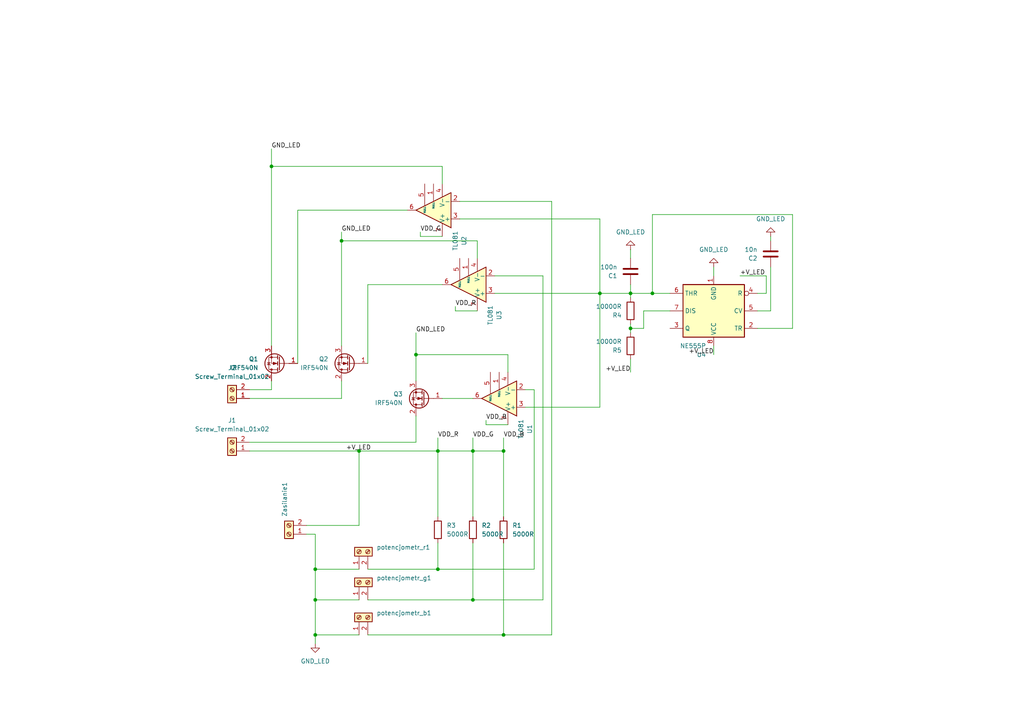
<source format=kicad_sch>
(kicad_sch (version 20231120) (generator "eeschema") (generator_version "8.0")
  (paper "A4")
  (title_block (title "Smart mirror 1.0"))
  (lib_symbols
    (symbol "Amplifier_Operational:TL081" (pin_names (offset 0.127))
      (property "Reference" "U" (at 0 6.35 0))
      (property "Value" "TL081" (at 0 3.81 0))
      (symbol "TL081_0_1"
        (polyline (pts (xy -5.08 5.08) (xy 5.08 0) (xy -5.08 -5.08) (xy -5.08 5.08)) (stroke (width 0.254)) (fill (type background)))
      )
      (symbol "TL081_1_1"
        (pin input line (at 0 -7.62 90) (length 5.08) (name "NULL") (number "1"))
        (pin input line (at -7.62 -2.54 0) (length 2.54) (name "-") (number "2"))
        (pin input line (at -7.62 2.54 0) (length 2.54) (name "+") (number "3"))
        (pin power_in line (at -2.54 -7.62 90) (length 3.81) (name "V-") (number "4"))
        (pin input line (at 2.54 -7.62 90) (length 6.35) (name "NULL") (number "5"))
        (pin output line (at 7.62 0 180) (length 2.54) (name "~") (number "6"))
        (pin power_in line (at -2.54 7.62 270) (length 3.81) (name "V+") (number "7"))
        (pin no_connect line (at 0 2.54 270) (length 2.54) hide (name "NC") (number "8"))
      )
    )
    (symbol "Connector:Screw_Terminal_01x02" (pin_names (offset 1.016) hide)
      (property "Reference" "J" (at 0 2.54 0))
      (property "Value" "Screw_Terminal_01x02" (at 0 -5.08 0))
      (symbol "Screw_Terminal_01x02_1_1"
        (rectangle (start -1.27 1.27) (end 1.27 -3.81) (stroke (width 0.254)) (fill (type background)))
        (circle (center 0 -2.54) (radius 0.635) (stroke (width 0.1524)))
        (polyline (pts (xy -0.5334 -2.2098) (xy 0.3302 -3.048)) (stroke (width 0.1524)))
        (polyline (pts (xy -0.5334 0.3302) (xy 0.3302 -0.508)) (stroke (width 0.1524)))
        (polyline (pts (xy -0.3556 -2.032) (xy 0.508 -2.8702)) (stroke (width 0.1524)))
        (polyline (pts (xy -0.3556 0.508) (xy 0.508 -0.3302)) (stroke (width 0.1524)))
        (circle (center 0 0) (radius 0.635) (stroke (width 0.1524)))
        (pin passive line (at -5.08 0 0) (length 3.81) (name "Pin_1") (number "1"))
        (pin passive line (at -5.08 -2.54 0) (length 3.81) (name "Pin_2") (number "2"))
      )
    )
    (symbol "Device:C" (pin_numbers hide) (pin_names (offset 0.254))
      (property "Reference" "C" (at 0.635 2.54 0))
      (property "Value" "C" (at 0.635 -2.54 0))
      (symbol "C_0_1"
        (polyline (pts (xy -2.032 -0.762) (xy 2.032 -0.762)) (stroke (width 0.508)))
        (polyline (pts (xy -2.032 0.762) (xy 2.032 0.762)) (stroke (width 0.508)))
      )
      (symbol "C_1_1"
        (pin passive line (at 0 3.81 270) (length 2.794) (name "~") (number "1"))
        (pin passive line (at 0 -3.81 90) (length 2.794) (name "~") (number "2"))
      )
    )
    (symbol "Device:R" (pin_numbers hide) (pin_names (offset 0))
      (property "Reference" "R" (at 2.032 0 90))
      (property "Value" "R" (at 0 0 90))
      (symbol "R_0_1"
        (rectangle (start -1.016 -2.54) (end 1.016 2.54) (stroke (width 0.254)))
      )
      (symbol "R_1_1"
        (pin passive line (at 0 3.81 270) (length 1.27) (name "~") (number "1"))
        (pin passive line (at 0 -3.81 90) (length 1.27) (name "~") (number "2"))
      )
    )
    (symbol "Timer:NE555P"
      (property "Reference" "U" (at -10.16 8.89 0))
      (property "Value" "NE555P" (at 2.54 8.89 0))
      (symbol "NE555P_0_0"
        (pin power_in line (at 0 -10.16 90) (length 2.54) (name "GND") (number "1"))
        (pin power_in line (at 0 10.16 270) (length 2.54) (name "VCC") (number "8"))
      )
      (symbol "NE555P_0_1"
        (rectangle (start -8.89 -7.62) (end 8.89 7.62) (stroke (width 0.254)) (fill (type background)))
        (rectangle (start -8.89 -7.62) (end 8.89 7.62) (stroke (width 0.254)) (fill (type background)))
      )
      (symbol "NE555P_1_1"
        (pin input line (at -12.7 5.08 0) (length 3.81) (name "TR") (number "2"))
        (pin output line (at 12.7 5.08 180) (length 3.81) (name "Q") (number "3"))
        (pin input inverted (at -12.7 -5.08 0) (length 3.81) (name "R") (number "4"))
        (pin input line (at -12.7 0 0) (length 3.81) (name "CV") (number "5"))
        (pin input line (at 12.7 -5.08 180) (length 3.81) (name "THR") (number "6"))
        (pin input line (at 12.7 0 180) (length 3.81) (name "DIS") (number "7"))
      )
    )
    (symbol "Transistor_FET:IRF540N" (pin_names hide)
      (property "Reference" "Q" (at 5.08 1.905 0))
      (property "Value" "IRF540N" (at 5.08 0 0))
      (symbol "IRF540N_0_1"
        (polyline (pts (xy 0.254 0) (xy -2.54 0)))
        (polyline (pts (xy 0.254 1.905) (xy 0.254 -1.905)) (stroke (width 0.254)))
        (polyline (pts (xy 0.762 -1.27) (xy 0.762 -2.286)) (stroke (width 0.254)))
        (polyline (pts (xy 0.762 0.508) (xy 0.762 -0.508)) (stroke (width 0.254)))
        (polyline (pts (xy 0.762 2.286) (xy 0.762 1.27)) (stroke (width 0.254)))
        (polyline (pts (xy 2.54 2.54) (xy 2.54 1.778)))
        (polyline (pts (xy 2.54 -2.54) (xy 2.54 0) (xy 0.762 0)))
        (polyline (pts (xy 0.762 -1.778) (xy 3.302 -1.778) (xy 3.302 1.778) (xy 0.762 1.778)))
        (polyline (pts (xy 1.016 0) (xy 2.032 0.381) (xy 2.032 -0.381) (xy 1.016 0)) (fill (type outline)))
        (polyline (pts (xy 2.794 0.508) (xy 2.921 0.381) (xy 3.683 0.381) (xy 3.81 0.254)))
        (polyline (pts (xy 3.302 0.381) (xy 2.921 -0.254) (xy 3.683 -0.254) (xy 3.302 0.381)))
        (circle (center 1.651 0) (radius 2.794) (stroke (width 0.254)))
        (circle (center 2.54 -1.778) (radius 0.254) (fill (type outline)))
        (circle (center 2.54 1.778) (radius 0.254) (fill (type outline)))
      )
      (symbol "IRF540N_1_1"
        (pin input line (at -5.08 0 0) (length 2.54) (name "G") (number "1"))
        (pin passive line (at 2.54 5.08 270) (length 2.54) (name "D") (number "2"))
        (pin passive line (at 2.54 -5.08 90) (length 2.54) (name "S") (number "3"))
      )
    )
    (symbol "power:GND1" (power) (pin_numbers hide) (pin_names (offset 0) hide)
      (property "Value" "GND1" (at 0 -3.81 0))
      (symbol "GND1_0_1"
        (polyline (pts (xy 0 0) (xy 0 -1.27) (xy 1.27 -1.27) (xy 0 -2.54) (xy -1.27 -1.27) (xy 0 -1.27)))
      )
      (symbol "GND1_1_1"
        (pin power_in line (at 0 0 270) (length 0) (name "~") (number "1"))
      )
    )
  )
  (junction (at 173.99 85.09))
  (junction (at 146.05 184.15))
  (junction (at 127 130.81))
  (junction (at 104.14 130.81))
  (junction (at 137.16 130.81))
  (junction (at 127 165.1))
  (junction (at 189.23 85.09))
  (junction (at 91.44 173.99))
  (junction (at 182.88 95.25))
  (junction (at 120.65 102.87))
  (junction (at 78.74 48.26))
  (junction (at 99.06 69.85))
  (junction (at 146.05 130.81))
  (junction (at 137.16 173.99))
  (junction (at 91.44 184.15))
  (junction (at 182.88 85.09))
  (junction (at 91.44 165.1))
  (wire (pts (xy 137.16 149.86) (xy 137.16 130.81)))
  (wire (pts (xy 189.23 85.09) (xy 182.88 85.09)))
  (wire (pts (xy 106.68 173.99) (xy 137.16 173.99)))
  (wire (pts (xy 78.74 113.03) (xy 78.74 110.49)))
  (wire (pts (xy 91.44 173.99) (xy 104.14 173.99)))
  (wire (pts (xy 173.99 63.5) (xy 133.35 63.5)))
  (wire (pts (xy 91.44 184.15) (xy 91.44 186.69)))
  (wire (pts (xy 223.52 90.17) (xy 223.52 77.47)))
  (wire (pts (xy 146.05 157.48) (xy 146.05 184.15)))
  (wire (pts (xy 146.05 130.81) (xy 137.16 130.81)))
  (wire (pts (xy 143.51 85.09) (xy 173.99 85.09)))
  (wire (pts (xy 106.68 82.55) (xy 128.27 82.55)))
  (wire (pts (xy 132.08 88.9) (xy 132.08 90.17)))
  (wire (pts (xy 138.43 90.17) (xy 132.08 90.17)))
  (wire (pts (xy 106.68 184.15) (xy 146.05 184.15)))
  (wire (pts (xy 120.65 102.87) (xy 120.65 110.49)))
  (wire (pts (xy 128.27 115.57) (xy 137.16 115.57)))
  (wire (pts (xy 189.23 62.23) (xy 189.23 85.09)))
  (wire (pts (xy 229.87 95.25) (xy 229.87 62.23)))
  (wire (pts (xy 120.65 96.52) (xy 120.65 102.87)))
  (wire (pts (xy 207.01 102.87) (xy 207.01 100.33)))
  (wire (pts (xy 127 157.48) (xy 127 165.1)))
  (wire (pts (xy 154.94 113.03) (xy 154.94 165.1)))
  (wire (pts (xy 219.71 95.25) (xy 229.87 95.25)))
  (wire (pts (xy 104.14 130.81) (xy 127 130.81)))
  (wire (pts (xy 86.36 60.96) (xy 118.11 60.96)))
  (wire (pts (xy 121.92 67.31) (xy 121.92 68.58)))
  (wire (pts (xy 146.05 149.86) (xy 146.05 130.81)))
  (wire (pts (xy 222.25 80.01) (xy 222.25 85.09)))
  (wire (pts (xy 229.87 62.23) (xy 189.23 62.23)))
  (wire (pts (xy 127 130.81) (xy 137.16 130.81)))
  (wire (pts (xy 173.99 85.09) (xy 173.99 118.11)))
  (wire (pts (xy 173.99 118.11) (xy 152.4 118.11)))
  (wire (pts (xy 173.99 85.09) (xy 173.99 63.5)))
  (wire (pts (xy 88.9 152.4) (xy 104.14 152.4)))
  (wire (pts (xy 214.63 80.01) (xy 222.25 80.01)))
  (wire (pts (xy 182.88 74.93) (xy 182.88 72.39)))
  (wire (pts (xy 72.39 130.81) (xy 104.14 130.81)))
  (wire (pts (xy 182.88 95.25) (xy 182.88 93.98)))
  (wire (pts (xy 219.71 90.17) (xy 223.52 90.17)))
  (wire (pts (xy 91.44 184.15) (xy 104.14 184.15)))
  (wire (pts (xy 127 127) (xy 127 130.81)))
  (wire (pts (xy 128.27 68.58) (xy 121.92 68.58)))
  (wire (pts (xy 104.14 152.4) (xy 104.14 130.81)))
  (wire (pts (xy 186.69 90.17) (xy 194.31 90.17)))
  (wire (pts (xy 120.65 128.27) (xy 120.65 120.65)))
  (wire (pts (xy 86.36 105.41) (xy 86.36 60.96)))
  (wire (pts (xy 72.39 113.03) (xy 78.74 113.03)))
  (wire (pts (xy 99.06 115.57) (xy 99.06 110.49)))
  (wire (pts (xy 154.94 165.1) (xy 127 165.1)))
  (wire (pts (xy 160.02 58.42) (xy 160.02 184.15)))
  (wire (pts (xy 99.06 69.85) (xy 99.06 100.33)))
  (wire (pts (xy 182.88 85.09) (xy 173.99 85.09)))
  (wire (pts (xy 146.05 127) (xy 146.05 130.81)))
  (wire (pts (xy 143.51 80.01) (xy 157.48 80.01)))
  (wire (pts (xy 160.02 184.15) (xy 146.05 184.15)))
  (wire (pts (xy 120.65 102.87) (xy 147.32 102.87)))
  (wire (pts (xy 133.35 58.42) (xy 160.02 58.42)))
  (wire (pts (xy 223.52 69.85) (xy 223.52 68.58)))
  (wire (pts (xy 91.44 154.94) (xy 91.44 165.1)))
  (wire (pts (xy 137.16 127) (xy 137.16 130.81)))
  (wire (pts (xy 189.23 85.09) (xy 194.31 85.09)))
  (wire (pts (xy 106.68 105.41) (xy 106.68 82.55)))
  (wire (pts (xy 182.88 95.25) (xy 186.69 95.25)))
  (wire (pts (xy 91.44 173.99) (xy 91.44 184.15)))
  (wire (pts (xy 91.44 165.1) (xy 104.14 165.1)))
  (wire (pts (xy 140.97 121.92) (xy 140.97 123.19)))
  (wire (pts (xy 147.32 102.87) (xy 147.32 107.95)))
  (wire (pts (xy 72.39 115.57) (xy 99.06 115.57)))
  (wire (pts (xy 78.74 48.26) (xy 128.27 48.26)))
  (wire (pts (xy 222.25 85.09) (xy 219.71 85.09)))
  (wire (pts (xy 182.88 107.95) (xy 182.88 104.14)))
  (wire (pts (xy 157.48 80.01) (xy 157.48 173.99)))
  (wire (pts (xy 99.06 69.85) (xy 138.43 69.85)))
  (wire (pts (xy 128.27 48.26) (xy 128.27 53.34)))
  (wire (pts (xy 182.88 96.52) (xy 182.88 95.25)))
  (wire (pts (xy 99.06 67.31) (xy 99.06 69.85)))
  (wire (pts (xy 137.16 157.48) (xy 137.16 173.99)))
  (wire (pts (xy 157.48 173.99) (xy 137.16 173.99)))
  (wire (pts (xy 88.9 154.94) (xy 91.44 154.94)))
  (wire (pts (xy 127 149.86) (xy 127 130.81)))
  (wire (pts (xy 182.88 85.09) (xy 182.88 82.55)))
  (wire (pts (xy 186.69 95.25) (xy 186.69 90.17)))
  (wire (pts (xy 91.44 165.1) (xy 91.44 173.99)))
  (wire (pts (xy 152.4 113.03) (xy 154.94 113.03)))
  (wire (pts (xy 72.39 128.27) (xy 120.65 128.27)))
  (wire (pts (xy 138.43 69.85) (xy 138.43 74.93)))
  (wire (pts (xy 78.74 48.26) (xy 78.74 100.33)))
  (wire (pts (xy 147.32 123.19) (xy 140.97 123.19)))
  (wire (pts (xy 207.01 80.01) (xy 207.01 77.47)))
  (wire (pts (xy 182.88 86.36) (xy 182.88 85.09)))
  (wire (pts (xy 106.68 165.1) (xy 127 165.1)))
  (wire (pts (xy 78.74 43.18) (xy 78.74 48.26)))
  (label "VDD_R" (at 127 127 0))
  (label "VDD_G" (at 121.92 67.31 0))
  (label "+V_LED" (at 214.63 80.01 0))
  (label "VDD_B" (at 140.97 121.92 0))
  (label "GND_LED" (at 78.74 43.18 0))
  (label "VDD_R" (at 132.08 88.9 0))
  (label "GND_LED" (at 99.06 67.31 0))
  (label "VDD_B" (at 146.05 127 0))
  (label "GND_LED" (at 120.65 96.52 0))
  (label "+V_LED" (at 182.88 107.95 180))
  (label "+V_LED" (at 100.33 130.81 0))
  (label "+V_LED" (at 207.01 102.87 180))
  (label "VDD_G" (at 137.16 127 0))
  (symbol (lib_id "Timer:NE555P") (at 207.01 90.17 180) (unit 1)
    (property "Reference" "U4" (at 204.8159 102.87 0) (effects (justify left)))
    (property "Value" "NE555P" (at 204.8159 100.33 0) (effects (justify left)))
    (property "Footprint" "Library:DIP-8_W7.62mm_wiekszepady" (effects (hide yes)))
    (property "Datasheet" "http://www.ti.com/lit/ds/symlink/ne555.pdf" (effects (hide yes)))
    (property "Description" "Precision Timers, 555 compatible,  PDIP-8" (effects (hide yes)))
  )
  (symbol (lib_id "Connector:Screw_Terminal_01x02") (at 83.82 154.94 180) (unit 1)
    (property "Reference" "Zasilanie1" (at 82.5499 149.86 90) (effects (justify right)))
    (property "Value" "Screw_Terminal_01x02" (effects (hide yes)))
    (property "Footprint" "Library:TerminalBlock_MaiXu_MX126-5.0-02P_1x02_P5.00mm_wiekszepady" (effects (hide yes)))
    (property "Description" "Generic screw terminal, single row, 01x02, script generated (kicad-library-utils/schlib/autogen/connector/)" (effects (hide yes)))
  )
  (symbol (lib_id "Amplifier_Operational:TL081") (at 125.73 60.96 180) (unit 1)
    (property "Reference" "U2" (at 134.5886 69.85 90))
    (property "Value" "TL081" (at 132.0486 69.85 90))
    (property "Footprint" "Library:DIP794W45P254L959H508Q8_wiekszepady" (effects (hide yes)))
    (property "Datasheet" "http://www.ti.com/lit/ds/symlink/tl081.pdf" (effects (hide yes)))
    (property "Description" "Single JFET-Input Operational Amplifiers, DIP-8/SOIC-8" (effects (hide yes)))
  )
  (symbol (lib_id "power:GND1") (at 223.52 68.58 180) (unit 1)
    (property "Reference" "#PWR3" (effects (hide yes)))
    (property "Value" "GND_LED" (at 223.52 63.5 0))
    (property "Description" "Power symbol creates a global label with name \"GND1\" , ground" (effects (hide yes)))
  )
  (symbol (lib_id "power:GND1") (at 207.01 77.47 180) (unit 1)
    (property "Reference" "#PWR2" (effects (hide yes)))
    (property "Value" "GND_LED" (at 207.01 72.39 0))
    (property "Description" "Power symbol creates a global label with name \"GND1\" , ground" (effects (hide yes)))
  )
  (symbol (lib_id "Amplifier_Operational:TL081") (at 135.89 82.55 180) (unit 1)
    (property "Reference" "U3" (at 144.7486 91.44 90))
    (property "Value" "TL081" (at 142.2086 91.44 90))
    (property "Footprint" "Library:DIP794W45P254L959H508Q8_wiekszepady" (effects (hide yes)))
    (property "Datasheet" "http://www.ti.com/lit/ds/symlink/tl081.pdf" (effects (hide yes)))
    (property "Description" "Single JFET-Input Operational Amplifiers, DIP-8/SOIC-8" (effects (hide yes)))
  )
  (symbol (lib_id "Transistor_FET:IRF540N") (at 101.6 105.41 180) (unit 1)
    (property "Reference" "Q2" (at 95.25 104.1399 0) (effects (justify left)))
    (property "Value" "IRF540N" (at 95.25 106.6799 0) (effects (justify left)))
    (property "Footprint" "Library:TO-220-3_Vertical_wiekszepady" (effects (hide yes)))
    (property "Datasheet" "http://www.irf.com/product-info/datasheets/data/irf540n.pdf" (effects (hide yes)))
    (property "Description" "33A Id, 100V Vds, HEXFET N-Channel MOSFET, TO-220" (effects (hide yes)))
  )
  (symbol (lib_id "Connector:Screw_Terminal_01x02") (at 67.31 115.57 180) (unit 1)
    (property "Reference" "J2" (at 67.31 106.68 0))
    (property "Value" "Screw_Terminal_01x02" (at 67.31 109.22 0))
    (property "Footprint" "Library:TerminalBlock_MaiXu_MX126-5.0-02P_1x02_P5.00mm_wiekszepady" (effects (hide yes)))
    (property "Description" "Generic screw terminal, single row, 01x02, script generated (kicad-library-utils/schlib/autogen/connector/)" (effects (hide yes)))
  )
  (symbol (lib_id "Connector:Screw_Terminal_01x02") (at 104.14 160.02 90) (unit 1)
    (property "Reference" "potencjometr_r1" (at 109.22 158.7499 90) (effects (justify right)))
    (property "Value" "Screw_Terminal_01x02" (effects (hide yes)))
    (property "Footprint" "Library:TerminalBlock_MaiXu_MX126-5.0-02P_1x02_P5.00mm_wiekszepady" (effects (hide yes)))
    (property "Description" "Generic screw terminal, single row, 01x02, script generated (kicad-library-utils/schlib/autogen/connector/)" (effects (hide yes)))
  )
  (symbol (lib_id "Transistor_FET:IRF540N") (at 123.19 115.57 180) (unit 1)
    (property "Reference" "Q3" (at 116.84 114.2999 0) (effects (justify left)))
    (property "Value" "IRF540N" (at 116.84 116.8399 0) (effects (justify left)))
    (property "Footprint" "Library:TO-220-3_Vertical_wiekszepady" (effects (hide yes)))
    (property "Datasheet" "http://www.irf.com/product-info/datasheets/data/irf540n.pdf" (effects (hide yes)))
    (property "Description" "33A Id, 100V Vds, HEXFET N-Channel MOSFET, TO-220" (effects (hide yes)))
  )
  (symbol (lib_id "Device:R") (at 146.05 153.67 0) (unit 1)
    (property "Reference" "R1" (at 148.59 152.3999 0) (effects (justify left)))
    (property "Value" "5000R" (at 148.59 154.9399 0) (effects (justify left)))
    (property "Footprint" "Resistor_SMD:R_0805_2012Metric" (effects (hide yes)))
    (property "Description" "Resistor" (effects (hide yes)))
  )
  (symbol (lib_id "Amplifier_Operational:TL081") (at 144.78 115.57 180) (unit 1)
    (property "Reference" "U1" (at 153.6386 124.46 90))
    (property "Value" "TL081" (at 151.0986 124.46 90))
    (property "Footprint" "Library:DIP794W45P254L959H508Q8_wiekszepady" (effects (hide yes)))
    (property "Datasheet" "http://www.ti.com/lit/ds/symlink/tl081.pdf" (effects (hide yes)))
    (property "Description" "Single JFET-Input Operational Amplifiers, DIP-8/SOIC-8" (effects (hide yes)))
  )
  (symbol (lib_id "power:GND1") (at 182.88 72.39 180) (unit 1)
    (property "Reference" "#PWR4" (effects (hide yes)))
    (property "Value" "GND_LED" (at 182.88 67.31 0))
    (property "Description" "Power symbol creates a global label with name \"GND1\" , ground" (effects (hide yes)))
  )
  (symbol (lib_id "Transistor_FET:IRF540N") (at 81.28 105.41 180) (unit 1)
    (property "Reference" "Q1" (at 74.93 104.1399 0) (effects (justify left)))
    (property "Value" "IRF540N" (at 74.93 106.6799 0) (effects (justify left)))
    (property "Footprint" "Library:TO-220-3_Vertical_wiekszepady" (effects (hide yes)))
    (property "Datasheet" "http://www.irf.com/product-info/datasheets/data/irf540n.pdf" (effects (hide yes)))
    (property "Description" "33A Id, 100V Vds, HEXFET N-Channel MOSFET, TO-220" (effects (hide yes)))
  )
  (symbol (lib_id "Device:R") (at 182.88 100.33 180) (unit 1)
    (property "Reference" "R5" (at 180.34 101.6001 0) (effects (justify left)))
    (property "Value" "10000R" (at 180.34 99.0601 0) (effects (justify left)))
    (property "Footprint" "Resistor_SMD:R_0805_2012Metric_Pad1.20x1.40mm_HandSolder" (effects (hide yes)))
    (property "Description" "Resistor" (effects (hide yes)))
  )
  (symbol (lib_id "Connector:Screw_Terminal_01x02") (at 104.14 179.07 90) (unit 1)
    (property "Reference" "potencjometr_b1" (at 109.22 177.7999 90) (effects (justify right)))
    (property "Value" "Screw_Terminal_01x02" (effects (hide yes)))
    (property "Footprint" "Library:TerminalBlock_MaiXu_MX126-5.0-02P_1x02_P5.00mm_wiekszepady" (effects (hide yes)))
    (property "Description" "Generic screw terminal, single row, 01x02, script generated (kicad-library-utils/schlib/autogen/connector/)" (effects (hide yes)))
  )
  (symbol (lib_id "Device:R") (at 137.16 153.67 0) (unit 1)
    (property "Reference" "R2" (at 139.7 152.3999 0) (effects (justify left)))
    (property "Value" "5000R" (at 139.7 154.9399 0) (effects (justify left)))
    (property "Footprint" "Resistor_SMD:R_0805_2012Metric" (effects (hide yes)))
    (property "Description" "Resistor" (effects (hide yes)))
  )
  (symbol (lib_id "Connector:Screw_Terminal_01x02") (at 67.31 130.81 180) (unit 1)
    (property "Reference" "J1" (at 67.31 121.92 0))
    (property "Value" "Screw_Terminal_01x02" (at 67.31 124.46 0))
    (property "Footprint" "Library:TerminalBlock_MaiXu_MX126-5.0-02P_1x02_P5.00mm_wiekszepady" (effects (hide yes)))
    (property "Description" "Generic screw terminal, single row, 01x02, script generated (kicad-library-utils/schlib/autogen/connector/)" (effects (hide yes)))
  )
  (symbol (lib_id "Connector:Screw_Terminal_01x02") (at 104.14 168.91 90) (unit 1)
    (property "Reference" "potencjometr_g1" (at 109.22 167.6399 90) (effects (justify right)))
    (property "Value" "Screw_Terminal_01x02" (effects (hide yes)))
    (property "Footprint" "Library:TerminalBlock_MaiXu_MX126-5.0-02P_1x02_P5.00mm_wiekszepady" (effects (hide yes)))
    (property "Description" "Generic screw terminal, single row, 01x02, script generated (kicad-library-utils/schlib/autogen/connector/)" (effects (hide yes)))
  )
  (symbol (lib_id "Device:C") (at 182.88 78.74 180) (unit 1)
    (property "Reference" "C1" (at 179.07 80.0101 0) (effects (justify left)))
    (property "Value" "100n" (at 179.07 77.4701 0) (effects (justify left)))
    (property "Footprint" "Capacitor_SMD:C_0805_2012Metric_Pad1.18x1.45mm_HandSolder" (effects (hide yes)))
    (property "Description" "Unpolarized capacitor" (effects (hide yes)))
  )
  (symbol (lib_id "power:GND1") (at 91.44 186.69 0) (unit 1)
    (property "Reference" "#PWR1" (effects (hide yes)))
    (property "Value" "GND_LED" (at 91.44 191.77 0))
    (property "Description" "Power symbol creates a global label with name \"GND1\" , ground" (effects (hide yes)))
  )
  (symbol (lib_id "Device:R") (at 182.88 90.17 180) (unit 1)
    (property "Reference" "R4" (at 180.34 91.4401 0) (effects (justify left)))
    (property "Value" "10000R" (at 180.34 88.9001 0) (effects (justify left)))
    (property "Footprint" "Resistor_SMD:R_0805_2012Metric_Pad1.20x1.40mm_HandSolder" (effects (hide yes)))
    (property "Description" "Resistor" (effects (hide yes)))
  )
  (symbol (lib_id "Device:R") (at 127 153.67 0) (unit 1)
    (property "Reference" "R3" (at 129.54 152.3999 0) (effects (justify left)))
    (property "Value" "5000R" (at 129.54 154.9399 0) (effects (justify left)))
    (property "Footprint" "Resistor_SMD:R_0805_2012Metric" (effects (hide yes)))
    (property "Description" "Resistor" (effects (hide yes)))
  )
  (symbol (lib_id "Device:C") (at 223.52 73.66 180) (unit 1)
    (property "Reference" "C2" (at 219.71 74.9301 0) (effects (justify left)))
    (property "Value" "10n" (at 219.71 72.3901 0) (effects (justify left)))
    (property "Footprint" "Capacitor_SMD:C_0805_2012Metric_Pad1.18x1.45mm_HandSolder" (effects (hide yes)))
    (property "Description" "Unpolarized capacitor" (effects (hide yes)))
  )
)
</source>
